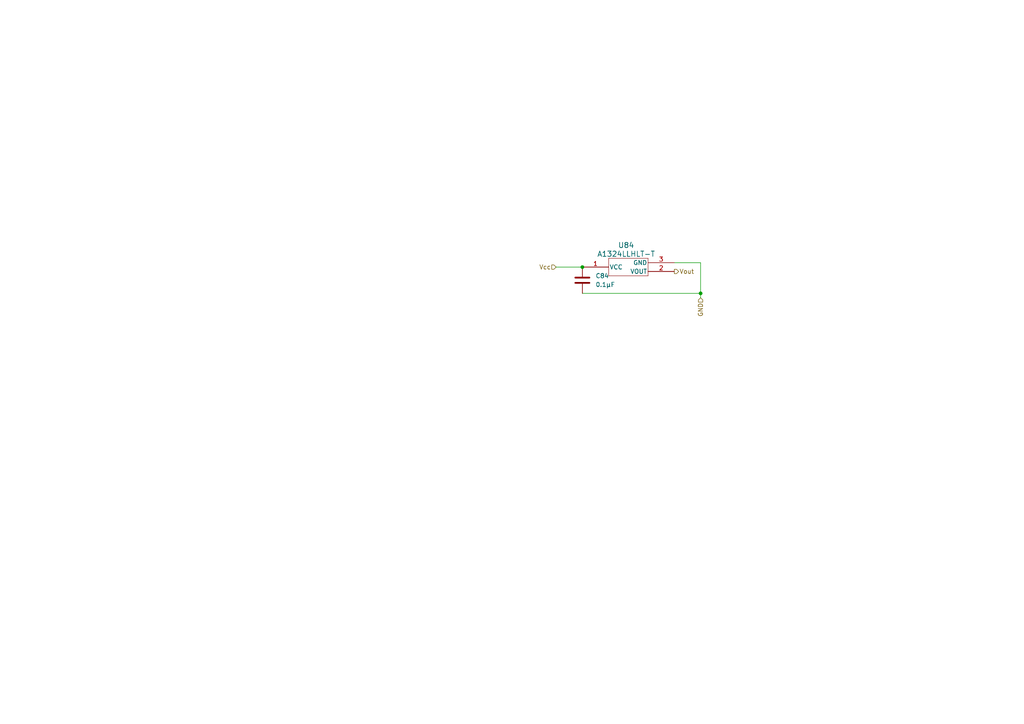
<source format=kicad_sch>
(kicad_sch (version 20250114) (generator "eeschema") (generator_version "9.0")
  (paper "A4")
  (lib_symbols
    (symbol "A1324:A1324LLHLT-T" (pin_names (offset 0.254))
      (property "Reference" "U" (at 20.32 10.16 0))
      (property "Value" "A1324LLHLT-T" (at 20.32 7.62 0))
      (symbol "A1324LLHLT-T_0_1"
        (polyline (pts (xy 15.24 6.35) (xy 15.24 1.27)) (stroke (width 0.127)))
        (polyline (pts (xy 15.24 1.27) (xy 26.67 1.27)) (stroke (width 0.127)))
        (polyline (pts (xy 26.67 6.35) (xy 15.24 6.35)) (stroke (width 0.127)))
        (polyline (pts (xy 26.67 1.27) (xy 26.67 6.35)) (stroke (width 0.127)))
        (pin power_in line (at 7.62 3.81 0) (length 7.62) (name "VCC") (number "1"))
        (pin power_out line (at 34.29 5.08 180) (length 7.62) (name "GND") (number "3"))
        (pin output line (at 34.29 2.54 180) (length 7.62) (name "VOUT") (number "2"))
      )
    )
    (symbol "Device:C" (pin_numbers (hide yes)) (pin_names (offset 0.254))
      (property "Reference" "C" (at 0.635 2.54 0))
      (property "Value" "C" (at 0.635 -2.54 0))
      (symbol "C_0_1"
        (polyline (pts (xy -2.032 0.762) (xy 2.032 0.762)) (stroke (width 0.508)))
        (polyline (pts (xy -2.032 -0.762) (xy 2.032 -0.762)) (stroke (width 0.508)))
      )
      (symbol "C_1_1"
        (pin passive line (at 0 3.81 270) (length 2.794) (name "~") (number "1"))
        (pin passive line (at 0 -3.81 90) (length 2.794) (name "~") (number "2"))
      )
    )
  )
  (junction (at 168.91 77.47))
  (junction (at 203.2 85.09))
  (wire (pts (xy 161.29 77.47) (xy 168.91 77.47)))
  (wire (pts (xy 203.2 85.09) (xy 203.2 86.36)))
  (wire (pts (xy 203.2 76.2) (xy 203.2 85.09)))
  (wire (pts (xy 195.58 76.2) (xy 203.2 76.2)))
  (wire (pts (xy 203.2 85.09) (xy 168.91 85.09)))
  (hierarchical_label "Vout" (shape output) (at 195.58 78.74 0))
  (hierarchical_label "GND" (shape input) (at 203.2 86.36 270))
  (hierarchical_label "Vcc" (shape input) (at 161.29 77.47 180))
  (symbol (lib_id "A1324:A1324LLHLT-T") (at 161.29 81.28 0) (unit 1)
    (property "Reference" "U15" (at 181.61 71.12 0) (effects (font (size 1.524 1.524))))
    (property "Value" "A1324LLHLT-T" (at 181.61 73.66 0) (effects (font (size 1.524 1.524))))
    (property "Footprint" "DIO_A1324LLHLT-T_ALM" (effects (hide yes)))
    (property "Datasheet" "A1324LLHLT-T" (effects (hide yes)))
    (instances (project "RyzzenKeyboard" (path "" (reference "U84") (unit 1)) (path "" (reference "U87") (unit 1)) (path "" (reference "U90") (unit 1)) (path "" (reference "U86") (unit 1)) (path "" (reference "U85") (unit 1)) (path "" (reference "U91") (unit 1)) (path "" (reference "U89") (unit 1)) (path "" (reference "U88") (unit 1)) (path "" (reference "U36") (unit 1)) (path "" (reference "U39") (unit 1)) (path "" (reference "U42") (unit 1)) (path "" (reference "U38") (unit 1)) (path "" (reference "U37") (unit 1)) (path "" (reference "U43") (unit 1)) (path "" (reference "U41") (unit 1)) (path "" (reference "U40") (unit 1)) (path "" (reference "U60") (unit 1)) (path "" (reference "U63") (unit 1)) (path "" (reference "U66") (unit 1)) (path "" (reference "U62") (unit 1)) (path "" (reference "U61") (unit 1)) (path "" (reference "U67") (unit 1)) (path "" (reference "U65") (unit 1)) (path "" (reference "U64") (unit 1)) (path "" (reference "U44") (unit 1)) (path "" (reference "U47") (unit 1)) (path "" (reference "U50") (unit 1)) (path "" (reference "U46") (unit 1)) (path "" (reference "U45") (unit 1)) (path "" (reference "U51") (unit 1)) (path "" (reference "U49") (unit 1)) (path "" (reference "U48") (unit 1)) (path "" (reference "U92") (unit 1)) (path "" (reference "U95") (unit 1)) (path "" (reference "U98") (unit 1)) (path "" (reference "U94") (unit 1)) (path "" (reference "U93") (unit 1)) (path "" (reference "U99") (unit 1)) (path "" (reference "U97") (unit 1)) (path "" (reference "U96") (unit 1)) (path "" (reference "U52") (unit 1)) (path "" (reference "U55") (unit 1)) (path "" (reference "U58") (unit 1)) (path "" (reference "U54") (unit 1)) (path "" (reference "U53") (unit 1)) (path "" (reference "U59") (unit 1)) (path "" (reference "U57") (unit 1)) (path "" (reference "U56") (unit 1)) (path "" (reference "U20") (unit 1)) (path "" (reference "U23") (unit 1)) (path "" (reference "U26") (unit 1)) (path "" (reference "U22") (unit 1)) (path "" (reference "U21") (unit 1)) (path "" (reference "U27") (unit 1)) (path "" (reference "U25") (unit 1)) (path "" (reference "U24") (unit 1)) (path "" (reference "U12") (unit 1)) (path "" (reference "U15") (unit 1)) (path "" (reference "U18") (unit 1)) (path "" (reference "U14") (unit 1)) (path "" (reference "U13") (unit 1)) (path "" (reference "U19") (unit 1)) (path "" (reference "U17") (unit 1)) (path "" (reference "U16") (unit 1)) (path "" (reference "U76") (unit 1)) (path "" (reference "U79") (unit 1)) (path "" (reference "U82") (unit 1)) (path "" (reference "U78") (unit 1)) (path "" (reference "U77") (unit 1)) (path "" (reference "U83") (unit 1)) (path "" (reference "U81") (unit 1)) (path "" (reference "U80") (unit 1)) (path "" (reference "U68") (unit 1)) (path "" (reference "U71") (unit 1)) (path "" (reference "U74") (unit 1)) (path "" (reference "U70") (unit 1)) (path "" (reference "U69") (unit 1)) (path "" (reference "U75") (unit 1)) (path "" (reference "U73") (unit 1)) (path "" (reference "U72") (unit 1)) (path "" (reference "U28") (unit 1)) (path "" (reference "U31") (unit 1)) (path "" (reference "U34") (unit 1)) (path "" (reference "U30") (unit 1)) (path "" (reference "U29") (unit 1)) (path "" (reference "U35") (unit 1)) (path "" (reference "U33") (unit 1)) (path "" (reference "U32") (unit 1))))
  )
  (symbol (lib_id "Device:C") (at 168.91 81.28 180) (unit 1)
    (property "Reference" "C15" (at 172.72 80.0099 0) (effects (justify right)))
    (property "Value" "0.1µF" (at 172.72 82.5499 0) (effects (justify right)))
    (property "Description" "Unpolarized capacitor" (effects (hide yes)))
    (instances (project "RyzzenKeyboard" (path "" (reference "C84") (unit 1)) (path "" (reference "C87") (unit 1)) (path "" (reference "C90") (unit 1)) (path "" (reference "C86") (unit 1)) (path "" (reference "C85") (unit 1)) (path "" (reference "C91") (unit 1)) (path "" (reference "C89") (unit 1)) (path "" (reference "C88") (unit 1)) (path "" (reference "C36") (unit 1)) (path "" (reference "C39") (unit 1)) (path "" (reference "C42") (unit 1)) (path "" (reference "C38") (unit 1)) (path "" (reference "C37") (unit 1)) (path "" (reference "C43") (unit 1)) (path "" (reference "C41") (unit 1)) (path "" (reference "C40") (unit 1)) (path "" (reference "C60") (unit 1)) (path "" (reference "C63") (unit 1)) (path "" (reference "C66") (unit 1)) (path "" (reference "C62") (unit 1)) (path "" (reference "C61") (unit 1)) (path "" (reference "C67") (unit 1)) (path "" (reference "C65") (unit 1)) (path "" (reference "C64") (unit 1)) (path "" (reference "C44") (unit 1)) (path "" (reference "C47") (unit 1)) (path "" (reference "C50") (unit 1)) (path "" (reference "C46") (unit 1)) (path "" (reference "C45") (unit 1)) (path "" (reference "C51") (unit 1)) (path "" (reference "C49") (unit 1)) (path "" (reference "C48") (unit 1)) (path "" (reference "C92") (unit 1)) (path "" (reference "C95") (unit 1)) (path "" (reference "C98") (unit 1)) (path "" (reference "C94") (unit 1)) (path "" (reference "C93") (unit 1)) (path "" (reference "C99") (unit 1)) (path "" (reference "C97") (unit 1)) (path "" (reference "C96") (unit 1)) (path "" (reference "C52") (unit 1)) (path "" (reference "C55") (unit 1)) (path "" (reference "C58") (unit 1)) (path "" (reference "C54") (unit 1)) (path "" (reference "C53") (unit 1)) (path "" (reference "C59") (unit 1)) (path "" (reference "C57") (unit 1)) (path "" (reference "C56") (unit 1)) (path "" (reference "C20") (unit 1)) (path "" (reference "C23") (unit 1)) (path "" (reference "C26") (unit 1)) (path "" (reference "C22") (unit 1)) (path "" (reference "C21") (unit 1)) (path "" (reference "C27") (unit 1)) (path "" (reference "C25") (unit 1)) (path "" (reference "C24") (unit 1)) (path "" (reference "C12") (unit 1)) (path "" (reference "C15") (unit 1)) (path "" (reference "C18") (unit 1)) (path "" (reference "C14") (unit 1)) (path "" (reference "C13") (unit 1)) (path "" (reference "C19") (unit 1)) (path "" (reference "C17") (unit 1)) (path "" (reference "C16") (unit 1)) (path "" (reference "C76") (unit 1)) (path "" (reference "C79") (unit 1)) (path "" (reference "C82") (unit 1)) (path "" (reference "C78") (unit 1)) (path "" (reference "C77") (unit 1)) (path "" (reference "C83") (unit 1)) (path "" (reference "C81") (unit 1)) (path "" (reference "C80") (unit 1)) (path "" (reference "C68") (unit 1)) (path "" (reference "C71") (unit 1)) (path "" (reference "C74") (unit 1)) (path "" (reference "C70") (unit 1)) (path "" (reference "C69") (unit 1)) (path "" (reference "C75") (unit 1)) (path "" (reference "C73") (unit 1)) (path "" (reference "C72") (unit 1)) (path "" (reference "C28") (unit 1)) (path "" (reference "C31") (unit 1)) (path "" (reference "C34") (unit 1)) (path "" (reference "C30") (unit 1)) (path "" (reference "C29") (unit 1)) (path "" (reference "C35") (unit 1)) (path "" (reference "C33") (unit 1)) (path "" (reference "C32") (unit 1))))
  )
)
</source>
